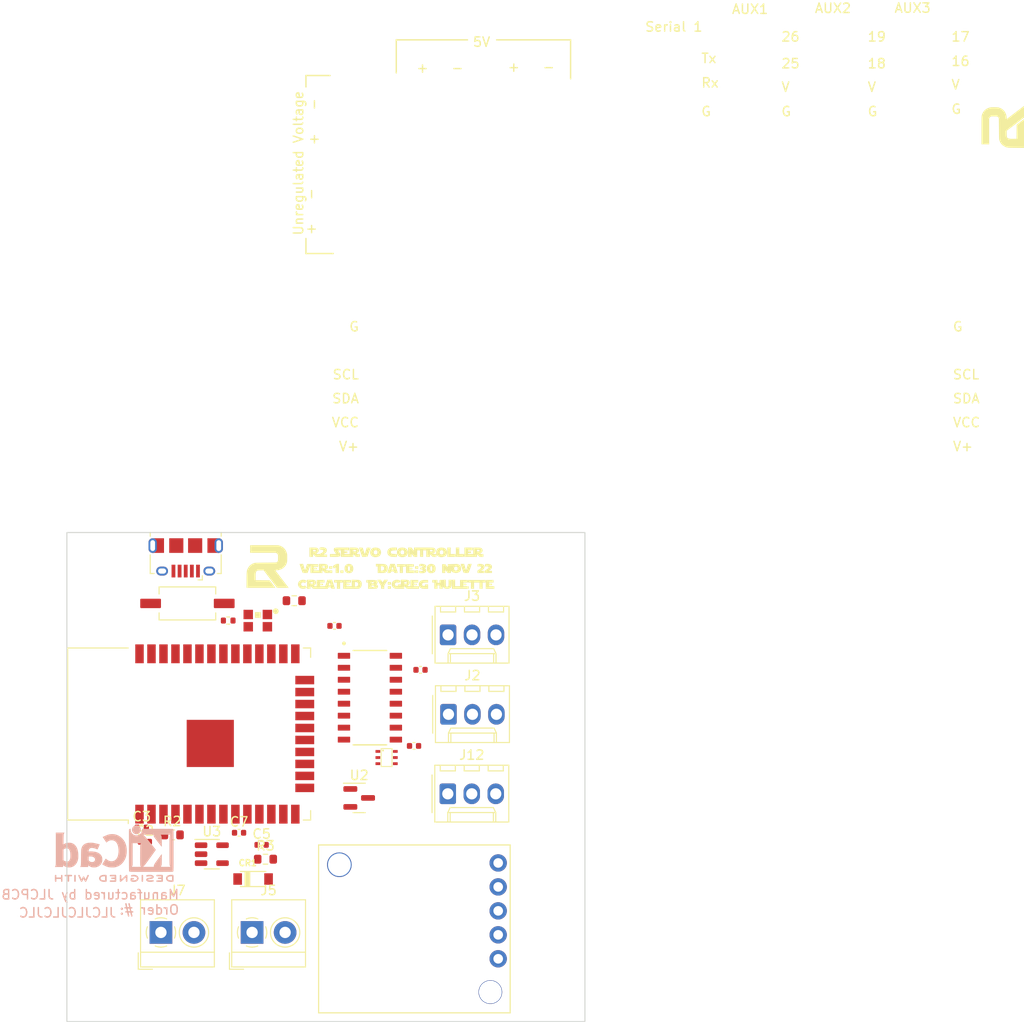
<source format=kicad_pcb>
(kicad_pcb (version 20211014) (generator pcbnew)
  (layers (0 "F.Cu" signal) (1 "In1.Cu" signal) (2 "In2.Cu" signal) (31 "B.Cu" signal) (34 "B.Paste" user) (35 "F.Paste" user) (36 "B.SilkS" user "B.Silkscreen") (37 "F.SilkS" user "F.Silkscreen") (38 "B.Mask" user) (39 "F.Mask" user) (44 "Edge.Cuts" user))
  (net 0 "")
  (net 1 "RX_FU")
  (net 2 "GND")
  (net 3 "+3.3V")
  (net 4 "VIN")
  (net 5 "VBUS")
  (net 7 "D-")
  (net 8 "D+")
  (net 11 "SCL")
  (net 12 "SDA")
  (net 13 "+5V")
  (net 16 "Net-(R3-Pad1)")
  (net 17 "ST_LED_D")
  (net 22 "TX_FU")
  (net 30 "GPIO0")
  (net 33 "TXD0")
  (net 34 "RXD0")
  (net 42 "DTR")
  (net 43 "RTS")
  (net 45 "RESET")
  (net 46 "+12V")
  (net 47 "Net-(L1-Pad3)")
  (net 51 "AUX3-1")
  (net 52 "AUX3-2")
  (net 53 "AUX1-1")
  (net 54 "AUX1-2")
  (net 55 "AUX2-1")
  (net 56 "AUX2-2")
  (net 58 "REAR_LOGICS")
  (net 59 "FRONT_LOGICS")
  (footprint "Capacitor_SMD:C_0402_1005Metric" (layer "F.Cu") (at 92.35 113.856)
    (fp_text reference "C2" (at 0 -1.16) (layer "F.SilkS"))
    (fp_text value "10uF")
    (pad "1" smd roundrect locked (at -0.48 0) (size 0.56 0.62) (layers "F.Cu" "F.Paste" "F.Mask") (net 3 "+3.3V"))
    (pad "2" smd roundrect locked (at 0.48 0) (size 0.56 0.62) (layers "F.Cu" "F.Paste" "F.Mask") (net 2 "GND"))
  )
  (footprint "Logos:R2_Logo_V2" (layer "F.Cu") (at 183.622479 38.073515 90)
    (fp_text reference "G***" hide)
    (fp_text value "LOGO" hide)
  )
  (footprint "Custom:TS-1101S-B-B-B-W-A" (layer "F.Cu") (at 96.859 88.589)
    (fp_text reference "SW1" hide)
    (fp_text value "SW_Push" hide)
    (pad "1" smd roundrect (at -3.9 0) (size 2.2 1) (layers "F.Cu" "F.Paste" "F.Mask") (roundrect_rratio 0.1) (net 2 "GND"))
    (pad "2" smd roundrect (at 3.9 0) (size 2.2 1) (layers "F.Cu" "F.Paste" "F.Mask") (roundrect_rratio 0.1) (net 45 "RESET"))
  )
  (footprint "Resistor_SMD:R_0603_1608Metric" (layer "F.Cu") (at 95.252 113.126)
    (fp_text reference "R2" (at 0 -1.43) (layer "F.SilkS"))
    (fp_text value "100K")
    (pad "1" smd roundrect locked (at -0.825 0) (size 0.8 0.95) (layers "F.Cu" "F.Paste" "F.Mask") (net 5 "VBUS"))
    (pad "2" smd roundrect locked (at 0.825 0) (size 0.8 0.95) (layers "F.Cu" "F.Paste" "F.Mask") (net 2 "GND"))
  )
  (footprint "Resistor_SMD:R_0603_1608Metric" (layer "F.Cu") (at 108.178 88.304)
    (fp_text reference "R1" hide)
    (fp_text value "10K" hide)
    (pad "1" smd roundrect locked (at -0.825 0) (size 0.8 0.95) (layers "F.Cu" "F.Paste" "F.Mask") (net 3 "+3.3V"))
    (pad "2" smd roundrect locked (at 0.825 0) (size 0.8 0.95) (layers "F.Cu" "F.Paste" "F.Mask") (net 45 "RESET"))
  )
  (footprint "TerminalBlock_4Ucon:TerminalBlock_4Ucon_1x02_P3.50mm_Horizontal" (layer "F.Cu") (at 94.054 123.47)
    (fp_text reference "J7" (at 1.75 -4.46) (layer "F.SilkS"))
    (fp_text value "5V OUT")
    (pad "1" thru_hole rect locked (at 0 0) (size 2.4 2.4) (drill 1.2) (layers *.Cu *.Mask) (net 2 "GND"))
    (pad "2" thru_hole circle locked (at 3.5 0) (size 2.4 2.4) (drill 1.2) (layers *.Cu *.Mask) (net 13 "+5V"))
  )
  (footprint "Capacitor_SMD:C_0402_1005Metric" (layer "F.Cu") (at 112.444 90.972)
    (fp_text reference "C4" hide)
    (fp_text value "10uF" hide)
    (pad "1" smd roundrect locked (at -0.48 0) (size 0.56 0.62) (layers "F.Cu" "F.Paste" "F.Mask") (net 3 "+3.3V"))
    (pad "2" smd roundrect locked (at 0.48 0) (size 0.56 0.62) (layers "F.Cu" "F.Paste" "F.Mask") (net 2 "GND"))
  )
  (footprint "MountingHole:MountingHole_3.2mm_M3" (layer "F.Cu") (at 88 84.762)
    (fp_text reference "REF**" hide)
    (fp_text value "MountingHole_3.2mm_M3" hide)
    (pad "" np_thru_hole circle locked (at 0 0) (size 3.2 3.2) (drill 3.2) (layers *.Cu *.Mask))
  )
  (footprint "Connector_Molex:Molex_KK-254_AE-6410-03A_1x03_P2.54mm_Vertical" (layer "F.Cu") (at 124.452 108.774)
    (fp_text reference "J12" (at 2.54 -4.12) (layer "F.SilkS"))
    (fp_text value "SERIAL_FU")
    (pad "1" thru_hole roundrect locked (at 0 0) (size 1.74 2.19) (drill 1.19) (layers *.Cu *.Mask) (roundrect_rratio 0.143678) (net 2 "GND"))
    (pad "2" thru_hole oval locked (at 2.54 0) (size 1.74 2.19) (drill 1.19) (layers *.Cu *.Mask) (net 1 "RX_FU"))
    (pad "3" thru_hole oval locked (at 5.08 0) (size 1.74 2.19) (drill 1.19) (layers *.Cu *.Mask) (net 22 "TX_FU"))
  )
  (footprint "Custom:SOD3716X135N" (layer "F.Cu") (at 103.8205 117.8085)
    (fp_text reference "CR1" (at -0.568058 -1.706585) (layer "F.SilkS") (effects (font (size 0.64007 0.64007))))
    (fp_text value "B5819W-TP")
    (pad "A" smd rect (at 1.6383 0) (size 0.9144 1.2192) (layers "F.Cu" "F.Paste" "F.Mask") (net 5 "VBUS"))
    (pad "C" smd rect (at -1.6383 0) (size 0.9144 1.2192) (layers "F.Cu" "F.Paste" "F.Mask") (net 4 "VIN"))
  )
  (footprint "MountingHole:MountingHole_3.2mm_M3" (layer "F.Cu") (at 135 84.762)
    (fp_text reference "REF**" hide)
    (fp_text value "MountingHole_3.2mm_M3" hide)
    (pad "" np_thru_hole circle locked (at 0 0) (size 3.2 3.2) (drill 3.2) (layers *.Cu *.Mask))
  )
  (footprint "Resistor_SMD:R_0603_1608Metric" (layer "F.Cu") (at 105.13 115.706)
    (fp_text reference "R3" (at 0 -1.43) (layer "F.SilkS"))
    (fp_text value "100K")
    (pad "1" smd roundrect locked (at -0.825 0) (size 0.8 0.95) (layers "F.Cu" "F.Paste" "F.Mask") (net 16 "Net-(R3-Pad1)"))
    (pad "2" smd roundrect locked (at 0.825 0) (size 0.8 0.95) (layers "F.Cu" "F.Paste" "F.Mask") (net 4 "VIN"))
  )
  (footprint "Capacitor_SMD:C_0402_1005Metric" (layer "F.Cu") (at 102.332 112.902)
    (fp_text reference "C7" (at 0 -1.16) (layer "F.SilkS"))
    (fp_text value "1uF")
    (pad "1" smd roundrect locked (at -0.48 0) (size 0.56 0.62) (layers "F.Cu" "F.Paste" "F.Mask") (net 3 "+3.3V"))
    (pad "2" smd roundrect locked (at 0.48 0) (size 0.56 0.62) (layers "F.Cu" "F.Paste" "F.Mask") (net 2 "GND"))
  )
  (footprint "MountingHole:MountingHole_3.2mm_M3" (layer "F.Cu") (at 135 128.762)
    (fp_text reference "REF**" hide)
    (fp_text value "MountingHole_3.2mm_M3" hide)
    (pad "" np_thru_hole circle locked (at 0 0) (size 3.2 3.2) (drill 3.2) (layers *.Cu *.Mask))
  )
  (footprint "Custom:SOIC127P600X180-16N" (layer "F.Cu") (at 116.199 98.584)
    (fp_text reference "U4" hide)
    (fp_text value "CH340C" hide)
    (pad "1" smd roundrect (at -2.75 -4.445) (size 1.31 0.62) (layers "F.Cu" "F.Paste" "F.Mask") (roundrect_rratio 0.08) (net 2 "GND"))
    (pad "2" smd roundrect (at -2.75 -3.175) (size 1.31 0.62) (layers "F.Cu" "F.Paste" "F.Mask") (roundrect_rratio 0.08) (net 34 "RXD0"))
    (pad "3" smd roundrect (at -2.75 -1.905) (size 1.31 0.62) (layers "F.Cu" "F.Paste" "F.Mask") (roundrect_rratio 0.08) (net 33 "TXD0"))
    (pad "4" smd roundrect (at -2.75 -0.635) (size 1.31 0.62) (layers "F.Cu" "F.Paste" "F.Mask") (roundrect_rratio 0.08) (net 3 "+3.3V"))
    (pad "5" smd roundrect (at -2.75 0.635) (size 1.31 0.62) (layers "F.Cu" "F.Paste" "F.Mask") (roundrect_rratio 0.08) (net 8 "D+"))
    (pad "6" smd roundrect (at -2.75 1.905) (size 1.31 0.62) (layers "F.Cu" "F.Paste" "F.Mask") (roundrect_rratio 0.08) (net 7 "D-"))
    (pad "7" smd roundrect (at -2.75 3.175) (size 1.31 0.62) (layers "F.Cu" "F.Paste" "F.Mask") (roundrect_rratio 0.08))
    (pad "8" smd roundrect (at -2.75 4.445) (size 1.31 0.62) (layers "F.Cu" "F.Paste" "F.Mask") (roundrect_rratio 0.08))
    (pad "9" smd roundrect (at 2.75 4.445) (size 1.31 0.62) (layers "F.Cu" "F.Paste" "F.Mask") (roundrect_rratio 0.08))
    (pad "10" smd roundrect (at 2.75 3.175) (size 1.31 0.62) (layers "F.Cu" "F.Paste" "F.Mask") (roundrect_rratio 0.08))
    (pad "11" smd roundrect (at 2.75 1.905) (size 1.31 0.62) (layers "F.Cu" "F.Paste" "F.Mask") (roundrect_rratio 0.08))
    (pad "12" smd roundrect (at 2.75 0.635) (size 1.31 0.62) (layers "F.Cu" "F.Paste" "F.Mask") (roundrect_rratio 0.08))
    (pad "13" smd roundrect (at 2.75 -0.635) (size 1.31 0.62) (layers "F.Cu" "F.Paste" "F.Mask") (roundrect_rratio 0.08) (net 42 "DTR"))
    (pad "14" smd roundrect (at 2.75 -1.905) (size 1.31 0.62) (layers "F.Cu" "F.Paste" "F.Mask") (roundrect_rratio 0.08) (net 43 "RTS"))
    (pad "15" smd roundrect (at 2.75 -3.175) (size 1.31 0.62) (layers "F.Cu" "F.Paste" "F.Mask") (roundrect_rratio 0.08))
    (pad "16" smd roundrect (at 2.75 -4.445) (size 1.31 0.62) (layers "F.Cu" "F.Paste" "F.Mask") (roundrect_rratio 0.08) (net 3 "+3.3V"))
  )
  (footprint "Capacitor_SMD:C_0402_1005Metric" (layer "F.Cu") (at 121.56 95.63)
    (fp_text reference "C6" hide)
    (fp_text value "100nF" hide)
    (pad "1" smd roundrect locked (at -0.48 0) (size 0.56 0.62) (layers "F.Cu" "F.Paste" "F.Mask") (net 3 "+3.3V"))
    (pad "2" smd roundrect locked (at 0.48 0) (size 0.56 0.62) (layers "F.Cu" "F.Paste" "F.Mask") (net 2 "GND"))
  )
  (footprint "Capacitor_SMD:C_0402_1005Metric" (layer "F.Cu") (at 104.724 114.188)
    (fp_text reference "C5" (at 0 -1.16) (layer "F.SilkS"))
    (fp_text value "1uF")
    (pad "1" smd roundrect locked (at -0.48 0) (size 0.56 0.62) (layers "F.Cu" "F.Paste" "F.Mask") (net 2 "GND"))
    (pad "2" smd roundrect locked (at 0.48 0) (size 0.56 0.62) (layers "F.Cu" "F.Paste" "F.Mask") (net 4 "VIN"))
  )
  (footprint "Pololu:VoltageREG_2851" (layer "F.Cu") (at 120.912 123.094 180)
    (fp_text reference "U6" hide)
    (fp_text value "D24V550F5_Step_Down_Regulator" hide)
    (pad "0" thru_hole circle (at -8.88 -3.17 180) (size 1.836 1.836) (drill 1.02) (layers *.Cu *.Mask))
    (pad "1" thru_hole circle (at -8.88 -0.63 180) (size 1.836 1.836) (drill 1.02) (layers *.Cu *.Mask) (net 46 "+12V"))
    (pad "2" thru_hole circle (at -8.88 1.91 180) (size 1.836 1.836) (drill 1.02) (layers *.Cu *.Mask) (net 2 "GND"))
    (pad "4" thru_hole circle (at -8.88 4.45 180) (size 1.836 1.836) (drill 1.02) (layers *.Cu *.Mask) (net 2 "GND"))
    (pad "5" thru_hole circle (at -8.88 6.99 180) (size 1.836 1.836) (drill 1.02) (layers *.Cu *.Mask) (net 13 "+5V"))
    (pad "P1" thru_hole circle (at -8.05 -6.7 180) (size 2.5 2.5) (drill 2.4) (layers *.Cu *.Mask))
    (pad "P2" thru_hole circle (at 7.95 6.8 180) (size 2.6 2.6) (drill 2.4) (layers *.Cu *.Mask))
  )
  (footprint "Capacitor_SMD:C_0402_1005Metric" (layer "F.Cu") (at 92.024 112.348)
    (fp_text reference "C3" (at 0 -1.16) (layer "F.SilkS"))
    (fp_text value "100nF")
    (pad "1" smd roundrect locked (at -0.48 0) (size 0.56 0.62) (layers "F.Cu" "F.Paste" "F.Mask") (net 3 "+3.3V"))
    (pad "2" smd roundrect locked (at 0.48 0) (size 0.56 0.62) (layers "F.Cu" "F.Paste" "F.Mask") (net 2 "GND"))
  )
  (footprint "TerminalBlock_4Ucon:TerminalBlock_4Ucon_1x02_P3.50mm_Horizontal" (layer "F.Cu") (at 103.714 123.47)
    (fp_text reference "J5" (at 1.75 -4.46) (layer "F.SilkS"))
    (fp_text value "12OUT")
    (pad "1" thru_hole rect locked (at 0 0) (size 2.4 2.4) (drill 1.2) (layers *.Cu *.Mask) (net 2 "GND"))
    (pad "2" thru_hole circle locked (at 3.5 0) (size 2.4 2.4) (drill 1.2) (layers *.Cu *.Mask) (net 46 "+12V"))
  )
  (footprint "Custom:WS2812B-2020" (layer "F.Cu") (at 104.32 90.413)
    (fp_text reference "L1" hide)
    (fp_text value "WS2812B-2020" hide)
    (pad "1" smd rect (at 1.015 0.65) (size 1 1) (layers "F.Cu" "F.Paste" "F.Mask"))
    (pad "2" smd rect (at 1.015 -0.65) (size 1 1) (layers "F.Cu" "F.Paste" "F.Mask") (net 2 "GND"))
    (pad "3" smd rect (at -1.015 -0.65) (size 1 1) (layers "F.Cu" "F.Paste" "F.Mask") (net 47 "Net-(L1-Pad3)"))
    (pad "4" smd rect (at -1.015 0.65) (size 1 1) (layers "F.Cu" "F.Paste" "F.Mask") (net 13 "+5V"))
  )
  (footprint "Package_TO_SOT_SMD:SOT-23" (layer "F.Cu") (at 115.062 109.21)
    (fp_text reference "U2" (at 0 -2.4) (layer "F.SilkS"))
    (fp_text value "CJ2301_S1")
    (pad "1" smd roundrect (at -0.9375 -0.95) (size 1.475 0.6) (layers "F.Cu" "F.Paste" "F.Mask") (net 5 "VBUS"))
    (pad "2" smd roundrect (at -0.9375 0.95) (size 1.475 0.6) (layers "F.Cu" "F.Paste" "F.Mask") (net 4 "VIN"))
    (pad "3" smd roundrect (at 0.9375 0) (size 1.475 0.6) (layers "F.Cu" "F.Paste" "F.Mask") (net 13 "+5V"))
  )
  (footprint "Custom:UMT6" (layer "F.Cu") (at 117.967 104.9298)
    (fp_text reference "U5" hide)
    (fp_text value "UMH3N" hide)
    (pad "1" smd rect (at -0.925 -0.65) (size 0.5 0.3) (layers "F.Cu") (net 43 "RTS"))
    (pad "2" smd rect (at -0.925 0) (size 0.5 0.3) (layers "F.Cu") (net 42 "DTR"))
    (pad "3" smd rect (at -0.925 0.65) (size 0.5 0.3) (layers "F.Cu") (net 30 "GPIO0"))
    (pad "4" smd rect (at 0.925 0.65 180) (size 0.5 0.3) (layers "F.Cu") (net 42 "DTR"))
    (pad "5" smd rect (at 0.925 0 180) (size 0.5 0.3) (layers "F.Cu") (net 43 "RTS"))
    (pad "6" smd rect (at 0.925 -0.65 180) (size 0.5 0.3) (layers "F.Cu") (net 45 "RESET"))
  )
  (footprint "Logos:R2_Logo_V2" (layer "F.Cu") (at 105.346 85.03)
    (fp_text reference "G***" hide)
    (fp_text value "LOGO" hide)
  )
  (footprint "MountingHole:MountingHole_3.2mm_M3" (layer "F.Cu") (at 88 128.762)
    (fp_text reference "REF**" hide)
    (fp_text value "MountingHole_3.2mm_M3" hide)
    (pad "" np_thru_hole circle locked (at 0 0) (size 3.2 3.2) (drill 3.2) (layers *.Cu *.Mask))
  )
  (footprint "Logos:R2_Servo_Controller_Log0" (layer "F.Cu") (at 118.842 84.646)
    (fp_text reference "G***" hide)
    (fp_text value "LOGO" hide)
  )
  (footprint "Capacitor_SMD:C_0402_1005Metric" (layer "F.Cu") (at 120.874 103.696)
    (fp_text reference "C1" hide)
    (fp_text value "100nF" hide)
    (pad "1" smd roundrect locked (at -0.48 0) (size 0.56 0.62) (layers "F.Cu" "F.Paste" "F.Mask") (net 45 "RESET"))
    (pad "2" smd roundrect locked (at 0.48 0) (size 0.56 0.62) (layers "F.Cu" "F.Paste" "F.Mask") (net 2 "GND"))
  )
  (footprint "Connector_Molex:Molex_KK-254_AE-6410-03A_1x03_P2.54mm_Vertical" (layer "F.Cu") (at 124.48 91.924)
    (fp_text reference "J3" (at 2.54 -4.12) (layer "F.SilkS"))
    (fp_text value "Front Logics")
    (pad "1" thru_hole roundrect locked (at 0 0) (size 1.74 2.19) (drill 1.19) (layers *.Cu *.Mask) (roundrect_rratio 0.143678) (net 2 "GND"))
    (pad "2" thru_hole oval locked (at 2.54 0) (size 1.74 2.19) (drill 1.19) (layers *.Cu *.Mask) (net 13 "+5V"))
    (pad "3" thru_hole oval locked (at 5.08 0) (size 1.74 2.19) (drill 1.19) (layers *.Cu *.Mask) (net 59 "FRONT_LOGICS"))
  )
  (footprint "Resistor_SMD:R_0402_1005Metric" (layer "F.Cu") (at 101.182 90.406)
    (fp_text reference "R4" hide)
    (fp_text value "220" hide)
    (pad "1" smd roundrect locked (at -0.51 0) (size 0.54 0.64) (layers "F.Cu" "F.Paste" "F.Mask") (net 17 "ST_LED_D"))
    (pad "2" smd roundrect locked (at 0.51 0) (size 0.54 0.64) (layers "F.Cu" "F.Paste" "F.Mask") (net 47 "Net-(L1-Pad3)"))
  )
  (footprint "RF_Module:ESP32-WROOM-32" (layer "F.Cu") (at 100.038 102.432 90)
    (fp_text reference "U1" hide)
    (fp_text value "ESP32-WROOM-32D_16MB_" hide)
    (pad "1" smd rect locked (at -8.5 -8.255 90) (size 2 0.9) (layers "F.Cu" "F.Paste" "F.Mask") (net 2 "GND"))
    (pad "2" smd rect locked (at -8.5 -6.985 90) (size 2 0.9) (layers "F.Cu" "F.Paste" "F.Mask") (net 3 "+3.3V"))
    (pad "3" smd rect locked (at -8.5 -5.715 90) (size 2 0.9) (layers "F.Cu" "F.Paste" "F.Mask") (net 45 "RESET"))
    (pad "4" smd rect locked (at -8.5 -4.445 90) (size 2 0.9) (layers "F.Cu" "F.Paste" "F.Mask"))
    (pad "5" smd rect locked (at -8.5 -3.175 90) (size 2 0.9) (layers "F.Cu" "F.Paste" "F.Mask"))
    (pad "6" smd rect locked (at -8.5 -1.905 90) (size 2 0.9) (layers "F.Cu" "F.Paste" "F.Mask"))
    (pad "7" smd rect locked (at -8.5 -0.635 90) (size 2 0.9) (layers "F.Cu" "F.Paste" "F.Mask"))
    (pad "8" smd rect locked (at -8.5 0.635 90) (size 2 0.9) (layers "F.Cu" "F.Paste" "F.Mask"))
    (pad "9" smd rect locked (at -8.5 1.905 90) (size 2 0.9) (layers "F.Cu" "F.Paste" "F.Mask"))
    (pad "10" smd rect locked (at -8.5 3.175 90) (size 2 0.9) (layers "F.Cu" "F.Paste" "F.Mask") (net 53 "AUX1-1"))
    (pad "11" smd rect locked (at -8.5 4.445 90) (size 2 0.9) (layers "F.Cu" "F.Paste" "F.Mask") (net 54 "AUX1-2"))
    (pad "12" smd rect locked (at -8.5 5.715 90) (size 2 0.9) (layers "F.Cu" "F.Paste" "F.Mask"))
    (pad "13" smd rect locked (at -8.5 6.985 90) (size 2 0.9) (layers "F.Cu" "F.Paste" "F.Mask") (net 1 "RX_FU"))
    (pad "14" smd rect locked (at -8.5 8.255 90) (size 2 0.9) (layers "F.Cu" "F.Paste" "F.Mask"))
    (pad "15" smd rect locked (at -5.715 9.255 180) (size 2 0.9) (layers "F.Cu" "F.Paste" "F.Mask") (net 2 "GND"))
    (pad "16" smd rect locked (at -4.445 9.255 180) (size 2 0.9) (layers "F.Cu" "F.Paste" "F.Mask"))
    (pad "17" smd rect locked (at -3.175 9.255 180) (size 2 0.9) (layers "F.Cu" "F.Paste" "F.Mask"))
    (pad "18" smd rect locked (at -1.905 9.255 180) (size 2 0.9) (layers "F.Cu" "F.Paste" "F.Mask"))
    (pad "19" smd rect locked (at -0.635 9.255 180) (size 2 0.9) (layers "F.Cu" "F.Paste" "F.Mask"))
    (pad "20" smd rect locked (at 0.635 9.255 180) (size 2 0.9) (layers "F.Cu" "F.Paste" "F.Mask"))
    (pad "21" smd rect locked (at 1.905 9.255 180) (size 2 0.9) (layers "F.Cu" "F.Paste" "F.Mask"))
    (pad "22" smd rect locked (at 3.175 9.255 180) (size 2 0.9) (layers "F.Cu" "F.Paste" "F.Mask"))
    (pad "23" smd rect locked (at 4.445 9.255 180) (size 2 0.9) (layers "F.Cu" "F.Paste" "F.Mask") (net 22 "TX_FU"))
    (pad "24" smd rect locked (at 5.715 9.255 180) (size 2 0.9) (layers "F.Cu" "F.Paste" "F.Mask"))
    (pad "25" smd rect locked (at 8.5 8.255 90) (size 2 0.9) (layers "F.Cu" "F.Paste" "F.Mask") (net 30 "GPIO0"))
    (pad "26" smd rect locked (at 8.5 6.985 90) (size 2 0.9) (layers "F.Cu" "F.Paste" "F.Mask") (net 17 "ST_LED_D"))
    (pad "27" smd rect locked (at 8.5 5.715 90) (size 2 0.9) (layers "F.Cu" "F.Paste" "F.Mask") (net 51 "AUX3-1"))
    (pad "28" smd rect locked (at 8.5 4.445 90) (size 2 0.9) (layers "F.Cu" "F.Paste" "F.Mask") (net 52 "AUX3-2"))
    (pad "29" smd rect locked (at 8.5 3.175 90) (size 2 0.9) (layers "F.Cu" "F.Paste" "F.Mask"))
    (pad "30" smd rect locked (at 8.5 1.905 90) (size 2 0.9) (layers "F.Cu" "F.Paste" "F.Mask") (net 55 "AUX2-1"))
    (pad "31" smd rect locked (at 8.5 0.635 90) (size 2 0.9) (layers "F.Cu" "F.Paste" "F.Mask") (net 56 "AUX2-2"))
    (pad "32" smd rect locked (at 8.5 -0.635 90) (size 2 0.9) (layers "F.Cu" "F.Paste" "F.Mask"))
    (pad "33" smd rect locked (at 8.5 -1.905 90) (size 2 0.9) (layers "F.Cu" "F.Paste" "F.Mask") (net 12 "SDA"))
    (pad "34" smd rect locked (at 8.5 -3.175 90) (size 2 0.9) (layers "F.Cu" "F.Paste" "F.Mask") (net 34 "RXD0"))
    (pad "35" smd rect locked (at 8.5 -4.445 90) (size 2 0.9) (layers "F.Cu" "F.Paste" "F.Mask") (net 33 "TXD0"))
    (pad "36" smd rect locked (at 8.5 -5.715 90) (size 2 0.9) (layers "F.Cu" "F.Paste" "F.Mask") (net 11 "SCL"))
    (pad "37" smd rect locked (at 8.5 -6.985 90) (size 2 0.9) (layers "F.Cu" "F.Paste" "F.Mask"))
    (pad "38" smd rect locked (at 8.5 -8.255 90) (size 2 0.9) (layers "F.Cu" "F.Paste" "F.Mask") (net 2 "GND"))
    (pad "39" smd rect locked (at -1 -0.755 90) (size 5 5) (layers "F.Cu" "F.Paste" "F.Mask") (net 2 "GND"))
  )
  (footprint "Connector_Molex:Molex_KK-254_AE-6410-03A_1x03_P2.54mm_Vertical" (layer "F.Cu") (at 124.524 100.346)
    (fp_text reference "J2" (at 2.54 -4.12) (layer "F.SilkS"))
    (fp_text value "Rear Logics")
    (pad "1" thru_hole roundrect locked (at 0 0) (size 1.74 2.19) (drill 1.19) (layers *.Cu *.Mask) (roundrect_rratio 0.143678) (net 2 "GND"))
    (pad "2" thru_hole oval locked (at 2.54 0) (size 1.74 2.19) (drill 1.19) (layers *.Cu *.Mask) (net 13 "+5V"))
    (pad "3" thru_hole oval locked (at 5.08 0) (size 1.74 2.19) (drill 1.19) (layers *.Cu *.Mask) (net 58 "REAR_LOGICS"))
  )
  (footprint "Connector_USB:USB_Micro-B_Amphenol_10118194_Horizontal" (layer "F.Cu") (at 96.68 83.758 180)
    (fp_text reference "J1" hide)
    (fp_text value "USB_B_Micro" hide)
    (pad "1" smd rect locked (at -1.3 -1.4 180) (size 0.4 1.35) (layers "F.Cu" "F.Paste" "F.Mask") (net 5 "VBUS"))
    (pad "2" smd rect locked (at -0.65 -1.4 180) (size 0.4 1.35) (layers "F.Cu" "F.Paste" "F.Mask") (net 7 "D-"))
    (pad "3" smd rect locked (at 0 -1.4 180) (size 0.4 1.35) (layers "F.Cu" "F.Paste" "F.Mask") (net 8 "D+"))
    (pad "4" smd rect locked (at 0.65 -1.4 180) (size 0.4 1.35) (layers "F.Cu" "F.Paste" "F.Mask"))
    (pad "5" smd rect locked (at 1.3 -1.4 180) (size 0.4 1.35) (layers "F.Cu" "F.Paste" "F.Mask") (net 2 "GND"))
    (pad "6" thru_hole oval locked (at 2.5 -1.4 180) (size 1.25 0.95) (drill oval 0.85 0.55) (layers *.Cu *.Mask))
    (pad "6" smd rect locked (at -1 1.3 180) (size 1.5 1.55) (layers "F.Cu" "F.Paste" "F.Mask"))
    (pad "6" thru_hole oval locked (at -3.5 1.3 180) (size 0.89 1.55) (drill oval 0.5 1.15) (layers *.Cu *.Mask))
    (pad "6" smd rect locked (at 1 1.3 180) (size 1.5 1.55) (layers "F.Cu" "F.Paste" "F.Mask"))
    (pad "6" smd rect locked (at -2.9 1.3 180) (size 1.2 1.55) (layers "F.Cu" "F.Paste" "F.Mask"))
    (pad "6" smd rect locked (at 2.9 1.3 180) (size 1.2 1.55) (layers "F.Cu" "F.Paste" "F.Mask"))
    (pad "6" thru_hole oval locked (at 3.5 1.3 180) (size 0.89 1.55) (drill oval 0.5 1.15) (layers *.Cu *.Mask))
    (pad "6" thru_hole oval locked (at -2.5 -1.4 180) (size 1.25 0.95) (drill oval 0.85 0.55) (layers *.Cu *.Mask))
  )
  (footprint "Package_TO_SOT_SMD:SOT-23-5" (layer "F.Cu") (at 99.444 115.174)
    (fp_text reference "U3" (at 0 -2.4) (layer "F.SilkS"))
    (fp_text value "ME6211C33M5G")
    (pad "1" smd roundrect locked (at -1.1375 -0.95) (size 1.325 0.6) (layers "F.Cu" "F.Paste" "F.Mask") (net 4 "VIN"))
    (pad "2" smd roundrect locked (at -1.1375 0) (size 1.325 0.6) (layers "F.Cu" "F.Paste" "F.Mask") (net 2 "GND"))
    (pad "3" smd roundrect locked (at -1.1375 0.95) (size 1.325 0.6) (layers "F.Cu" "F.Paste" "F.Mask") (net 16 "Net-(R3-Pad1)"))
    (pad "4" smd roundrect locked (at 1.1375 0.95) (size 1.325 0.6) (layers "F.Cu" "F.Paste" "F.Mask"))
    (pad "5" smd roundrect locked (at 1.1375 -0.95) (size 1.325 0.6) (layers "F.Cu" "F.Paste" "F.Mask") (net 3 "+3.3V"))
  )
  (footprint "Symbol:KiCad-Logo2_5mm_SilkScreen" (layer "B.Cu") (at 89.11 115.1 180)
    (fp_text reference "REF**" hide)
    (fp_text value "KiCad-Logo2_5mm_SilkScreen" hide)
  )
  (gr_line (start 109.42 51.492) (end 112.31 51.492) (layer "F.SilkS") (width 0.15))
  (gr_line (start 137.462 32.972) (end 137.462 28.842) (layer "F.SilkS") (width 0.15))
  (gr_line (start 126.542 28.842) (end 118.992 28.842) (layer "F.SilkS") (width 0.15))
  (gr_line (start 109.42 49.902) (end 109.42 51.492) (layer "F.SilkS") (width 0.15))
  (gr_line (start 109.42 32.622) (end 109.42 33.832) (layer "F.SilkS") (width 0.15))
  (gr_line (start 118.992 28.842) (end 118.992 32.342) (layer "F.SilkS") (width 0.15))
  (gr_line (start 111.98 32.622) (end 109.42 32.622) (layer "F.SilkS") (width 0.15))
  (gr_line (start 137.462 28.842) (end 129.622 28.842) (layer "F.SilkS") (width 0.15))
  (gr_rect (start 84.086 81.072) (end 138.982 132.918) (layer "Edge.Cuts") (width 0.1) (fill none))
  (gr_text "Manufactured by JLCPCB\nOrder #:" (at 96.06 120.27) (layer "B.SilkS") (effects (font (size 1 1)) (justify left mirror)))
  (gr_text "JLCJLCJLCJLC" (at 84.16 121.38) (layer "B.SilkS") (effects (font (size 1 1)) (justify mirror)))
  (gr_text "AUX3" (at 173.706 25.464) (layer "F.SilkS") (effects (font (size 1 1))))
  (gr_text "V+" (at 113.976381 71.946) (layer "F.SilkS") (effects (font (size 1 1))))
  (gr_text "G" (at 169.459429 36.438) (layer "F.SilkS") (effects (font (size 1 1))))
  (gr_text "+" (at 110.248 39.382 90) (layer "F.SilkS") (effects (font (size 1 1))))
  (gr_text "18" (at 169.91181 31.358) (layer "F.SilkS") (effects (font (size 1 1))))
  (gr_text "+" (at 109.944 48.902 90) (layer "F.SilkS") (effects (font (size 1 1))))
  (gr_text "Serial 1" (at 148.406 27.462) (layer "F.SilkS") (effects (font (size 1 1))))
  (gr_text "V" (at 169.388 33.846) (layer "F.SilkS") (effects (font (size 1 1))))
  (gr_text "G" (at 151.830286 36.438) (layer "F.SilkS") (effects (font (size 1 1))))
  (gr_text "V" (at 160.244 33.846) (layer "F.SilkS") (effects (font (size 1 1))))
  (gr_text "AUX1" (at 156.482 25.584) (layer "F.SilkS") (effects (font (size 1 1))))
  (gr_text "SCL" (at 179.373333 64.326) (layer "F.SilkS") (effects (font (size 1 1))))
  (gr_text "-" (at 110.248 35.682 90) (layer "F.SilkS") (effects (font (size 1 1))))
  (gr_text "-" (at 135.142 31.712) (layer "F.SilkS") (effects (font (size 1 1))))
  (gr_text "SCL" (at 113.643047 64.326) (layer "F.SilkS") (effects (font (size 1 1))))
  (gr_text "Unregulated Voltage" (at 108.622 41.912 90) (layer "F.SilkS") (effects (font (size 1 1))))
  (gr_text "VCC" (at 113.595428 69.406) (layer "F.SilkS") (effects (font (size 1 1))))
  (gr_text "+" (at 131.442 31.712) (layer "F.SilkS") (effects (font (size 1 1))))
  (gr_text "5V" (at 128.032 29.072) (layer "F.SilkS") (effects (font (size 1 1))))
  (gr_text "SDA" (at 113.619238 66.866) (layer "F.SilkS") (effects (font (size 1 1))))
  (gr_text "G" (at 160.315429 36.438) (layer "F.SilkS") (effects (font (size 1 1))))
  (gr_text "-" (at 125.472 31.812) (layer "F.SilkS") (effects (font (size 1 1))))
  (gr_text "G" (at 178.333619 36.184) (layer "F.SilkS") (effects (font (size 1 1))))
  (gr_text "16" (at 178.786 31.104) (layer "F.SilkS") (effects (font (size 1 1))))
  (gr_text "19" (at 169.91181 28.512) (layer "F.SilkS") (effects (font (size 1 1))))
  (gr_text "SDA" (at 179.397143 66.866) (layer "F.SilkS") (effects (font (size 1 1))))
  (gr_text "V" (at 178.26219 33.592) (layer "F.SilkS") (effects (font (size 1 1))))
  (gr_text "17" (at 178.786 28.512) (layer "F.SilkS") (effects (font (size 1 1))))
  (gr_text "-" (at 109.944 45.202 90) (layer "F.SilkS") (effects (font (size 1 1))))
  (gr_text "G" (at 114.524 59.246) (layer "F.SilkS") (effects (font (size 1 1))))
  (gr_text "26" (at 160.76781 28.512) (layer "F.SilkS") (effects (font (size 1 1))))
  (gr_text "Rx" (at 152.235048 33.39) (layer "F.SilkS") (effects (font (size 1 1))))
  (gr_text "AUX2" (at 165.268 25.484) (layer "F.SilkS") (effects (font (size 1 1))))
  (gr_text "Tx" (at 152.116 30.798) (layer "F.SilkS") (effects (font (size 1 1))))
  (gr_text "G" (at 178.492381 59.246) (layer "F.SilkS") (effects (font (size 1 1))))
  (gr_text "+" (at 121.772 31.812) (layer "F.SilkS") (effects (font (size 1 1))))
  (gr_text "VCC" (at 179.420952 69.406) (layer "F.SilkS") (effects (font (size 1 1))))
  (gr_text "V+" (at 179.04 71.946) (layer "F.SilkS") (effects (font (size 1 1))))
  (gr_text "25" (at 160.76781 31.358) (layer "F.SilkS") (effects (font (size 1 1))))
)
</source>
